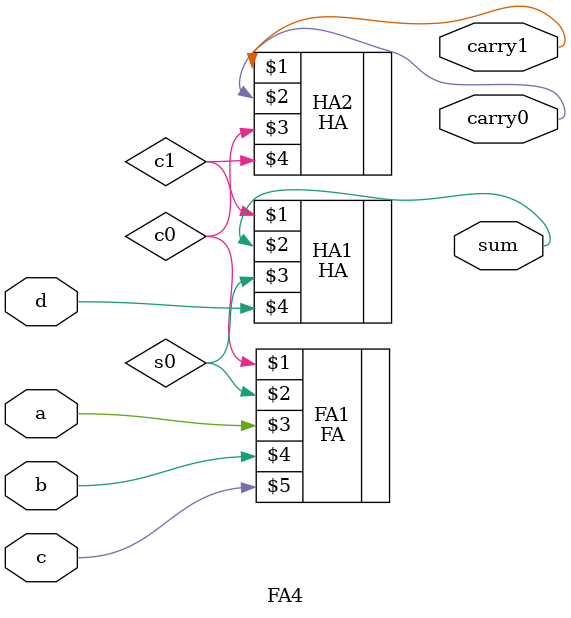
<source format=v>
module FA4(carry1, carry0, sum, a, b, c, d);
output carry1, carry0, sum;
input a, b, c, d;
wire c0,s0,c1;

FA FA1(c0, s0, a, b, c);
HA HA1(c1, sum, s0, d);
HA HA2(carry1, carry0, c0, c1);

endmodule
</source>
